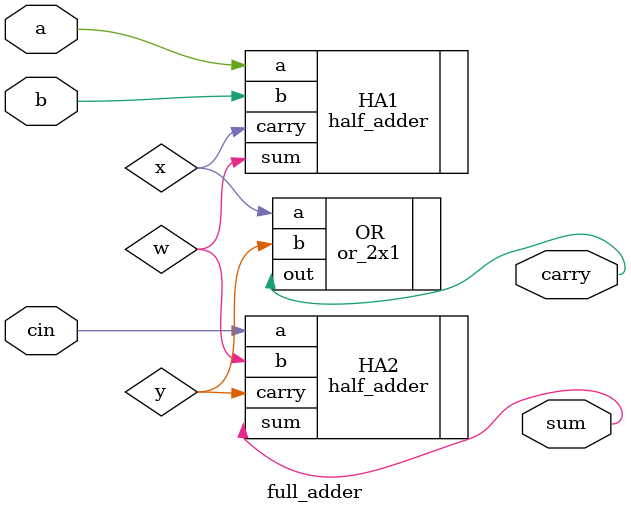
<source format=v>
/* Design of the Full adder circuit
		  ---------
      A--------->|	   |---------> Sum
		 |         |
      B--------->|    FA   |
		 |	   |---------> carry	
    Cin--------->|         |
		  ---------

Inputs A and B and Cin
Ouputs Sum and Carry




Half adder Truth table

		A	B	Sum	Carry
		
		0	0	0	0
		0	1	1	0
		1	0	1	0
		1	1	0	1

Contruction of full adder using half adder

		  ---------
      A--------->|	   |---------> Sum(W)
		 |    HA   |
      B--------->|         |---------> carry(x)	
		  ---------

		  ---------
    Cin--------->|	   |---------> Sum
		 |    HA   |
      W--------->|         |---------> carry(y)	
		  ---------

		  ---------
      x--------->|	   |
		 |    OR   |---------> carry	
      y--------->|         |
		  ---------


*/


module full_adder(	input a,
			input b,
			input cin,
			output sum,carry);

wire w ,x ,y;

half_adder	HA1 ( .a(a), .b(b) , .sum(w) , .carry(x));
half_adder	HA2 ( .a(cin) , .b(w) , .sum(sum) , .carry(y));
or_2x1		OR(.a(x) , .b(y) , .out(carry));

endmodule
</source>
